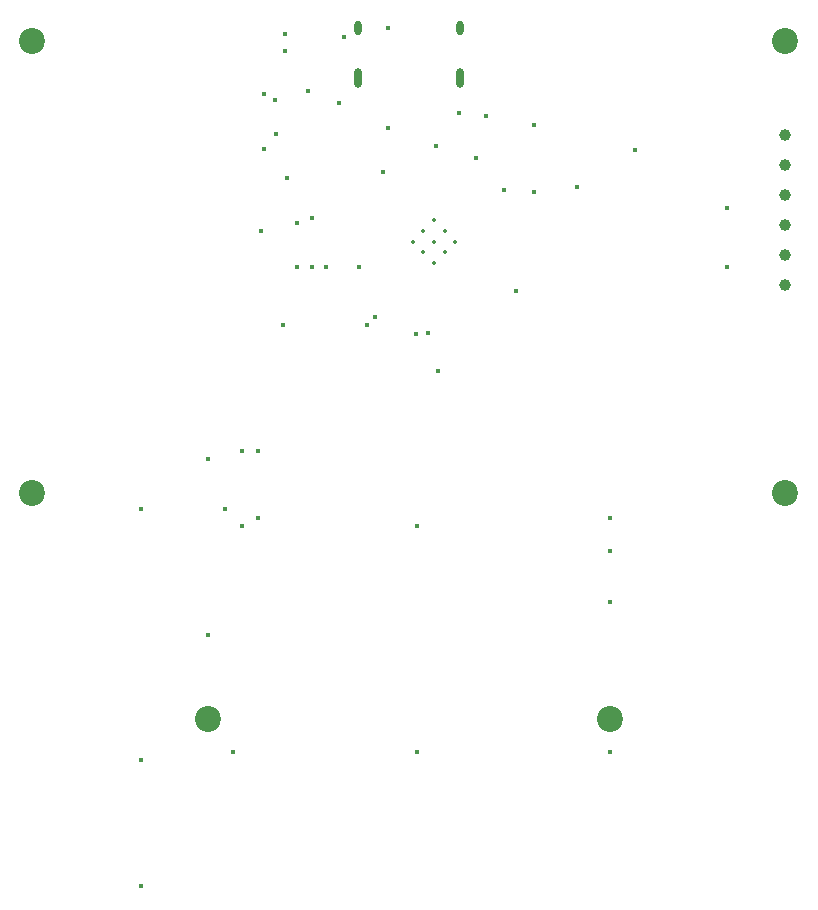
<source format=gbr>
%TF.GenerationSoftware,KiCad,Pcbnew,(6.0.4-0)*%
%TF.CreationDate,2023-04-02T18:55:56-05:00*%
%TF.ProjectId,noldaCoreRType,6e6f6c64-6143-46f7-9265-52547970652e,rev?*%
%TF.SameCoordinates,Original*%
%TF.FileFunction,Plated,1,2,PTH,Mixed*%
%TF.FilePolarity,Positive*%
%FSLAX46Y46*%
G04 Gerber Fmt 4.6, Leading zero omitted, Abs format (unit mm)*
G04 Created by KiCad (PCBNEW (6.0.4-0)) date 2023-04-02 18:55:56*
%MOMM*%
%LPD*%
G01*
G04 APERTURE LIST*
%TA.AperFunction,ComponentDrill*%
%ADD10C,0.350000*%
%TD*%
%TA.AperFunction,ViaDrill*%
%ADD11C,0.400000*%
%TD*%
G04 aperture for slot hole*
%TA.AperFunction,ComponentDrill*%
%ADD12O,0.600000X1.200000*%
%TD*%
G04 aperture for slot hole*
%TA.AperFunction,ComponentDrill*%
%ADD13O,0.600000X1.700000*%
%TD*%
%TA.AperFunction,ComponentDrill*%
%ADD14C,1.000000*%
%TD*%
%TA.AperFunction,ComponentDrill*%
%ADD15C,2.200000*%
%TD*%
G04 APERTURE END LIST*
D10*
%TO.C,U3*%
X47071855Y-31874985D03*
X47973416Y-30973424D03*
X47973416Y-32776546D03*
X48874977Y-30071863D03*
X48874977Y-31874985D03*
X48874977Y-33678107D03*
X49776538Y-30973424D03*
X49776538Y-32776546D03*
X50678099Y-31874985D03*
%TD*%
D11*
X24083322Y-75791631D03*
X24083322Y-86416626D03*
X24084809Y-54543128D03*
X29749986Y-50291643D03*
X29749986Y-65166636D03*
X31166652Y-54541641D03*
X31874985Y-75083298D03*
X32583318Y-49583310D03*
X32583318Y-55958307D03*
X33999984Y-49583310D03*
X33999984Y-55249974D03*
X34250000Y-31000000D03*
X34500000Y-19333308D03*
X34500000Y-24000000D03*
X35416650Y-19833324D03*
X35499994Y-22750000D03*
X36124983Y-38958315D03*
X36250000Y-14250000D03*
X36275000Y-15725000D03*
X36417365Y-26493954D03*
X37250000Y-30250000D03*
X37250000Y-34000000D03*
X38197495Y-19072504D03*
X38500000Y-29866714D03*
X38500000Y-34000000D03*
X39750000Y-34000000D03*
X40819520Y-20147861D03*
X41250000Y-14500000D03*
X42499980Y-33999984D03*
X43208313Y-38958315D03*
X43916646Y-38249982D03*
X44577922Y-25950100D03*
X44950007Y-13799993D03*
X45000000Y-22250000D03*
X47353278Y-39674499D03*
X47458311Y-55958307D03*
X47458311Y-75083298D03*
X48350000Y-39600000D03*
X49000000Y-23750000D03*
X49200408Y-42825411D03*
X51000000Y-21000000D03*
X52416642Y-24791655D03*
X53250000Y-21250000D03*
X54773812Y-27476188D03*
X55800000Y-36009500D03*
X57374973Y-21958323D03*
X57374973Y-27624987D03*
X61000000Y-27250000D03*
X63749970Y-55249974D03*
X63749970Y-58083306D03*
X63749970Y-62333304D03*
X63749970Y-75083298D03*
X65874969Y-24083322D03*
X73666632Y-29041653D03*
X73666632Y-33999984D03*
D12*
%TO.C,J2*%
X42429978Y-13799993D03*
D13*
X42429978Y-17979993D03*
D12*
X51069978Y-13799993D03*
D13*
X51069978Y-17979993D03*
D14*
%TO.C,J4*%
X78624963Y-22838319D03*
X78624963Y-25378319D03*
X78624963Y-27918319D03*
X78624963Y-30458319D03*
X78624963Y-32998319D03*
X78624963Y-35538319D03*
D15*
%TO.C,H6*%
X14874993Y-14874993D03*
%TO.C,H3*%
X14874993Y-53124975D03*
%TO.C,H1*%
X29749986Y-72249966D03*
%TO.C,H2*%
X63749970Y-72249966D03*
%TO.C,H5*%
X78624963Y-14874993D03*
%TO.C,H4*%
X78624963Y-53124975D03*
M02*

</source>
